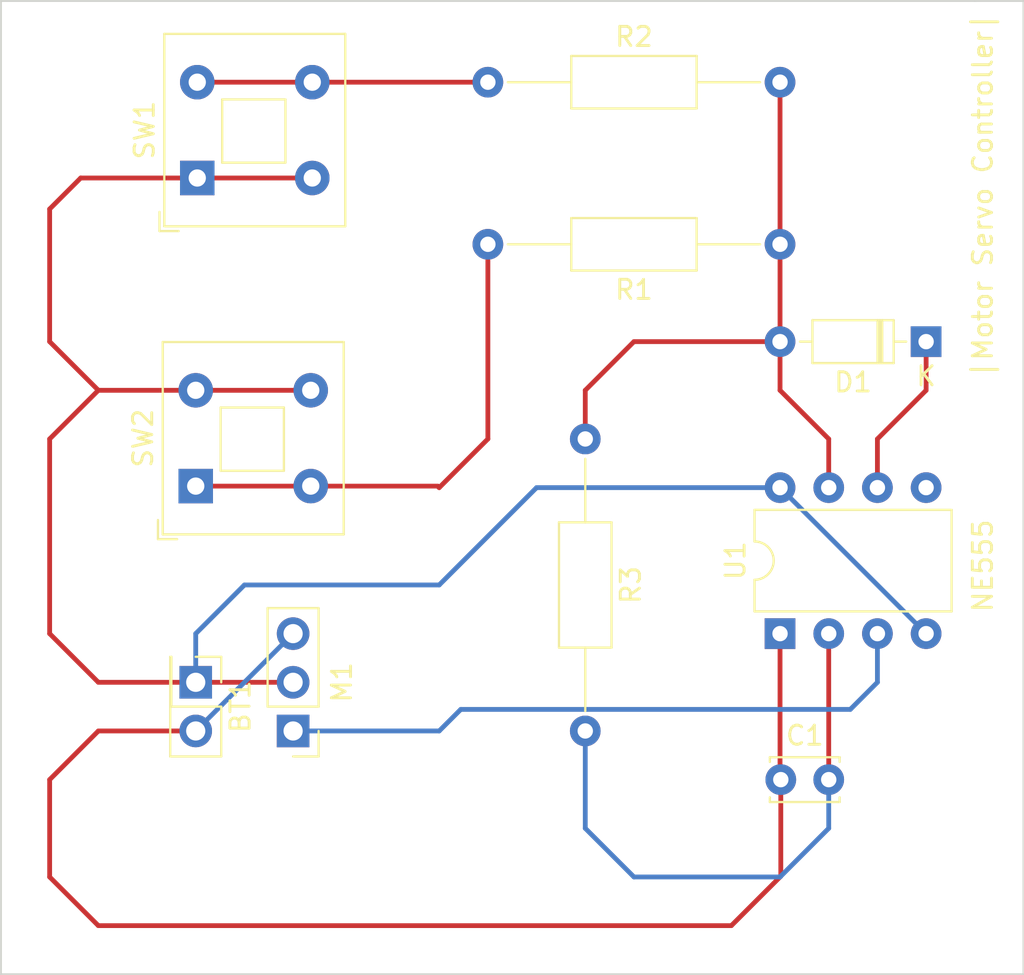
<source format=kicad_pcb>
(kicad_pcb (version 20221018) (generator pcbnew)
  (layers (0 "F.Cu" signal) (31 "B.Cu" signal) (34 "B.Paste" user) (35 "F.Paste" user) (36 "B.SilkS" user "B.Silkscreen") (37 "F.SilkS" user "F.Silkscreen") (38 "B.Mask" user) (39 "F.Mask" user) (44 "Edge.Cuts" user))
  (net 0 "")
  (net 1 "Net-(BT1-+)")
  (net 2 "Net-(BT1--)")
  (net 3 "Net-(D1-K)")
  (net 4 "Net-(D1-A)")
  (net 5 "Net-(M1-PWM)")
  (net 6 "Net-(R1-Pad2)")
  (net 7 "Net-(R2-Pad1)")
  (footprint "Button_Switch_THT:SW_Push_2P1T_Toggle_CK_PVA1xxH2xxxxxxV2" (layer "F.Cu") (at 116.92 82.9 90)
    (fp_text reference "SW1" (at 2.5 -2.75 90) (layer "F.SilkS"))
    (fp_text value "SW_Push_Dual")
    (fp_line (start -2.77 -0.97) (end -2.77 -1.97) (stroke (width 0.12)) (layer "F.SilkS"))
    (fp_line (start -2.52 7.72) (end -2.52 -1.72) (stroke (width 0.12)) (layer "F.SilkS"))
    (fp_line (start -1.77 -1.97) (end -2.77 -1.97) (stroke (width 0.12)) (layer "F.SilkS"))
    (fp_line (start 0.8 1.3) (end 0.8 4.6) (stroke (width 0.12)) (layer "F.SilkS"))
    (fp_line (start 4.1 1.3) (end 0.8 1.3) (stroke (width 0.12)) (layer "F.SilkS"))
    (fp_line (start 4.1 1.3) (end 4.1 4.6) (stroke (width 0.12)) (layer "F.SilkS"))
    (fp_line (start 4.1 4.6) (end 0.8 4.6) (stroke (width 0.12)) (layer "F.SilkS"))
    (fp_line (start 7.52 -1.72) (end -2.52 -1.72) (stroke (width 0.12)) (layer "F.SilkS"))
    (fp_line (start 7.52 7.72) (end -2.52 7.72) (stroke (width 0.12)) (layer "F.SilkS"))
    (fp_line (start 7.52 7.72) (end 7.52 -1.72) (stroke (width 0.12)) (layer "F.SilkS"))
    (pad "1" thru_hole rect (at 0 0 90) (size 1.8 1.8) (drill 0.9) (layers "*.Cu" "*.Mask") (net 1 "Net-(BT1-+)"))
    (pad "2" thru_hole circle (at 5 0 90) (size 1.8 1.8) (drill 0.9) (layers "*.Cu" "*.Mask") (net 7 "Net-(R2-Pad1)"))
    (pad "3" thru_hole circle (at 0 6 90) (size 1.8 1.8) (drill 0.9) (layers "*.Cu" "*.Mask") (net 1 "Net-(BT1-+)"))
    (pad "4" thru_hole circle (at 5 6 90) (size 1.8 1.8) (drill 0.9) (layers "*.Cu" "*.Mask") (net 7 "Net-(R2-Pad1)"))
  )
  (footprint "Connector_PinHeader_2.54mm:PinHeader_2x01_P2.54mm_Vertical" (layer "F.Cu") (at 116.84 109.22 -90)
    (fp_text reference "BT1" (at 1.27 -2.33 90) (layer "F.SilkS"))
    (fp_text value "6v")
    (fp_line (start -1.33 -1.33) (end 0 -1.33) (stroke (width 0.12)) (layer "F.SilkS"))
    (fp_line (start -1.33 0) (end -1.33 -1.33) (stroke (width 0.12)) (layer "F.SilkS"))
    (fp_line (start -1.33 1.27) (end -1.33 1.33) (stroke (width 0.12)) (layer "F.SilkS"))
    (fp_line (start -1.33 1.27) (end 1.27 1.27) (stroke (width 0.12)) (layer "F.SilkS"))
    (fp_line (start -1.33 1.33) (end 3.87 1.33) (stroke (width 0.12)) (layer "F.SilkS"))
    (fp_line (start 1.27 -1.33) (end 3.87 -1.33) (stroke (width 0.12)) (layer "F.SilkS"))
    (fp_line (start 1.27 1.27) (end 1.27 -1.33) (stroke (width 0.12)) (layer "F.SilkS"))
    (fp_line (start 3.87 -1.33) (end 3.87 1.33) (stroke (width 0.12)) (layer "F.SilkS"))
    (pad "1" thru_hole rect (at 0 0 270) (size 1.7 1.7) (drill 1) (layers "*.Cu" "*.Mask") (net 1 "Net-(BT1-+)"))
    (pad "2" thru_hole oval (at 2.54 0 270) (size 1.7 1.7) (drill 1) (layers "*.Cu" "*.Mask") (net 2 "Net-(BT1--)"))
  )
  (footprint "Capacitor_THT:C_Disc_D3.4mm_W2.1mm_P2.50mm" (layer "F.Cu") (at 147.36 114.3)
    (fp_text reference "C1" (at 1.25 -2.3) (layer "F.SilkS"))
    (fp_text value "100n")
    (fp_line (start -0.57 -1.17) (end -0.57 -0.925) (stroke (width 0.12)) (layer "F.SilkS"))
    (fp_line (start -0.57 -1.17) (end 3.07 -1.17) (stroke (width 0.12)) (layer "F.SilkS"))
    (fp_line (start -0.57 0.925) (end -0.57 1.17) (stroke (width 0.12)) (layer "F.SilkS"))
    (fp_line (start -0.57 1.17) (end 3.07 1.17) (stroke (width 0.12)) (layer "F.SilkS"))
    (fp_line (start 3.07 -1.17) (end 3.07 -0.925) (stroke (width 0.12)) (layer "F.SilkS"))
    (fp_line (start 3.07 0.925) (end 3.07 1.17) (stroke (width 0.12)) (layer "F.SilkS"))
    (pad "1" thru_hole circle (at 0 0) (size 1.6 1.6) (drill 0.8) (layers "*.Cu" "*.Mask") (net 2 "Net-(BT1--)"))
    (pad "2" thru_hole circle (at 2.5 0) (size 1.6 1.6) (drill 0.8) (layers "*.Cu" "*.Mask") (net 2 "Net-(BT1--)"))
  )
  (footprint "Resistor_THT:R_Axial_DIN0207_L6.3mm_D2.5mm_P15.24mm_Horizontal" (layer "F.Cu") (at 137.16 96.52 -90)
    (fp_text reference "R3" (at 7.62 -2.37 90) (layer "F.SilkS"))
    (fp_text value "220k")
    (fp_line (start 1.04 0) (end 4.35 0) (stroke (width 0.12)) (layer "F.SilkS"))
    (fp_line (start 4.35 -1.37) (end 4.35 1.37) (stroke (width 0.12)) (layer "F.SilkS"))
    (fp_line (start 4.35 1.37) (end 10.89 1.37) (stroke (width 0.12)) (layer "F.SilkS"))
    (fp_line (start 10.89 -1.37) (end 4.35 -1.37) (stroke (width 0.12)) (layer "F.SilkS"))
    (fp_line (start 10.89 1.37) (end 10.89 -1.37) (stroke (width 0.12)) (layer "F.SilkS"))
    (fp_line (start 14.2 0) (end 10.89 0) (stroke (width 0.12)) (layer "F.SilkS"))
    (pad "1" thru_hole circle (at 0 0 270) (size 1.6 1.6) (drill 0.8) (layers "*.Cu" "*.Mask") (net 4 "Net-(D1-A)"))
    (pad "2" thru_hole oval (at 15.24 0 270) (size 1.6 1.6) (drill 0.8) (layers "*.Cu" "*.Mask") (net 2 "Net-(BT1--)"))
  )
  (footprint "Diode_THT:D_DO-35_SOD27_P7.62mm_Horizontal" (layer "F.Cu") (at 154.94 91.44 180)
    (fp_text reference "D1" (at 3.81 -2.12) (layer "F.SilkS"))
    (fp_text value "1N4148")
    (fp_text user "K" (at 0 -1.8) (layer "F.SilkS"))
    (fp_line (start 1.04 0) (end 1.69 0) (stroke (width 0.12)) (layer "F.SilkS"))
    (fp_line (start 1.69 -1.12) (end 1.69 1.12) (stroke (width 0.12)) (layer "F.SilkS"))
    (fp_line (start 1.69 1.12) (end 5.93 1.12) (stroke (width 0.12)) (layer "F.SilkS"))
    (fp_line (start 2.29 -1.12) (end 2.29 1.12) (stroke (width 0.12)) (layer "F.SilkS"))
    (fp_line (start 2.41 -1.12) (end 2.41 1.12) (stroke (width 0.12)) (layer "F.SilkS"))
    (fp_line (start 2.53 -1.12) (end 2.53 1.12) (stroke (width 0.12)) (layer "F.SilkS"))
    (fp_line (start 5.93 -1.12) (end 1.69 -1.12) (stroke (width 0.12)) (layer "F.SilkS"))
    (fp_line (start 5.93 1.12) (end 5.93 -1.12) (stroke (width 0.12)) (layer "F.SilkS"))
    (fp_line (start 6.58 0) (end 5.93 0) (stroke (width 0.12)) (layer "F.SilkS"))
    (pad "1" thru_hole rect (at 0 0 180) (size 1.6 1.6) (drill 0.8) (layers "*.Cu" "*.Mask") (net 3 "Net-(D1-K)"))
    (pad "2" thru_hole oval (at 7.62 0 180) (size 1.6 1.6) (drill 0.8) (layers "*.Cu" "*.Mask") (net 4 "Net-(D1-A)"))
  )
  (footprint "Package_DIP:DIP-8_W7.62mm" (layer "F.Cu") (at 147.32 106.68 90)
    (fp_text reference "U1" (at 3.81 -2.33 90) (layer "F.SilkS"))
    (fp_text value "NA555P" hide)
    (fp_line (start 1.16 -1.33) (end 1.16 8.95) (stroke (width 0.12)) (layer "F.SilkS"))
    (fp_line (start 1.16 8.95) (end 6.46 8.95) (stroke (width 0.12)) (layer "F.SilkS"))
    (fp_line (start 2.81 -1.33) (end 1.16 -1.33) (stroke (width 0.12)) (layer "F.SilkS"))
    (fp_line (start 6.46 -1.33) (end 4.81 -1.33) (stroke (width 0.12)) (layer "F.SilkS"))
    (fp_line (start 6.46 8.95) (end 6.46 -1.33) (stroke (width 0.12)) (layer "F.SilkS"))
    (fp_arc (start 4.81 -1.33) (mid 3.81 -0.33) (end 2.81 -1.33) (stroke (width 0.12)) (layer "F.SilkS"))
    (pad "1" thru_hole rect (at 0 0 90) (size 1.6 1.6) (drill 0.8) (layers "*.Cu" "*.Mask") (net 2 "Net-(BT1--)"))
    (pad "2" thru_hole oval (at 0 2.54 90) (size 1.6 1.6) (drill 0.8) (layers "*.Cu" "*.Mask") (net 2 "Net-(BT1--)"))
    (pad "3" thru_hole oval (at 0 5.08 90) (size 1.6 1.6) (drill 0.8) (layers "*.Cu" "*.Mask") (net 5 "Net-(M1-PWM)"))
    (pad "4" thru_hole oval (at 0 7.62 90) (size 1.6 1.6) (drill 0.8) (layers "*.Cu" "*.Mask") (net 1 "Net-(BT1-+)"))
    (pad "5" thru_hole oval (at 7.62 7.62 90) (size 1.6 1.6) (drill 0.8) (layers "*.Cu" "*.Mask"))
    (pad "6" thru_hole oval (at 7.62 5.08 90) (size 1.6 1.6) (drill 0.8) (layers "*.Cu" "*.Mask") (net 3 "Net-(D1-K)"))
    (pad "7" thru_hole oval (at 7.62 2.54 90) (size 1.6 1.6) (drill 0.8) (layers "*.Cu" "*.Mask") (net 4 "Net-(D1-A)"))
    (pad "8" thru_hole oval (at 7.62 0 90) (size 1.6 1.6) (drill 0.8) (layers "*.Cu" "*.Mask") (net 1 "Net-(BT1-+)"))
  )
  (footprint "Resistor_THT:R_Axial_DIN0207_L6.3mm_D2.5mm_P15.24mm_Horizontal" (layer "F.Cu") (at 132.08 77.9)
    (fp_text reference "R2" (at 7.62 -2.37) (layer "F.SilkS"))
    (fp_text value "10k")
    (fp_line (start 1.04 0) (end 4.35 0) (stroke (width 0.12)) (layer "F.SilkS"))
    (fp_line (start 4.35 -1.37) (end 4.35 1.37) (stroke (width 0.12)) (layer "F.SilkS"))
    (fp_line (start 4.35 1.37) (end 10.89 1.37) (stroke (width 0.12)) (layer "F.SilkS"))
    (fp_line (start 10.89 -1.37) (end 4.35 -1.37) (stroke (width 0.12)) (layer "F.SilkS"))
    (fp_line (start 10.89 1.37) (end 10.89 -1.37) (stroke (width 0.12)) (layer "F.SilkS"))
    (fp_line (start 14.2 0) (end 10.89 0) (stroke (width 0.12)) (layer "F.SilkS"))
    (pad "1" thru_hole circle (at 0 0) (size 1.6 1.6) (drill 0.8) (layers "*.Cu" "*.Mask") (net 7 "Net-(R2-Pad1)"))
    (pad "2" thru_hole oval (at 15.24 0) (size 1.6 1.6) (drill 0.8) (layers "*.Cu" "*.Mask") (net 4 "Net-(D1-A)"))
  )
  (footprint "Button_Switch_THT:SW_Push_2P1T_Toggle_CK_PVA1xxH2xxxxxxV2" (layer "F.Cu") (at 116.84 98.98 90)
    (fp_text reference "SW2" (at 2.5 -2.75 90) (layer "F.SilkS"))
    (fp_text value "SW_Push_Dual")
    (fp_line (start -2.77 -0.97) (end -2.77 -1.97) (stroke (width 0.12)) (layer "F.SilkS"))
    (fp_line (start -2.52 7.72) (end -2.52 -1.72) (stroke (width 0.12)) (layer "F.SilkS"))
    (fp_line (start -1.77 -1.97) (end -2.77 -1.97) (stroke (width 0.12)) (layer "F.SilkS"))
    (fp_line (start 0.8 1.3) (end 0.8 4.6) (stroke (width 0.12)) (layer "F.SilkS"))
    (fp_line (start 4.1 1.3) (end 0.8 1.3) (stroke (width 0.12)) (layer "F.SilkS"))
    (fp_line (start 4.1 1.3) (end 4.1 4.6) (stroke (width 0.12)) (layer "F.SilkS"))
    (fp_line (start 4.1 4.6) (end 0.8 4.6) (stroke (width 0.12)) (layer "F.SilkS"))
    (fp_line (start 7.52 -1.72) (end -2.52 -1.72) (stroke (width 0.12)) (layer "F.SilkS"))
    (fp_line (start 7.52 7.72) (end -2.52 7.72) (stroke (width 0.12)) (layer "F.SilkS"))
    (fp_line (start 7.52 7.72) (end 7.52 -1.72) (stroke (width 0.12)) (layer "F.SilkS"))
    (pad "1" thru_hole rect (at 0 0 90) (size 1.8 1.8) (drill 0.9) (layers "*.Cu" "*.Mask") (net 6 "Net-(R1-Pad2)"))
    (pad "2" thru_hole circle (at 5 0 90) (size 1.8 1.8) (drill 0.9) (layers "*.Cu" "*.Mask") (net 1 "Net-(BT1-+)"))
    (pad "3" thru_hole circle (at 0 6 90) (size 1.8 1.8) (drill 0.9) (layers "*.Cu" "*.Mask") (net 6 "Net-(R1-Pad2)"))
    (pad "4" thru_hole circle (at 5 6 90) (size 1.8 1.8) (drill 0.9) (layers "*.Cu" "*.Mask") (net 1 "Net-(BT1-+)"))
  )
  (footprint "Connector_PinHeader_2.54mm:PinHeader_1x03_P2.54mm_Vertical" (layer "F.Cu") (at 121.92 111.76 180)
    (fp_text reference "M1" (at -2.54 2.54 90) (layer "F.SilkS"))
    (fp_text value "Motor_Servo")
    (fp_line (start -1.33 -1.33) (end 0 -1.33) (stroke (width 0.12)) (layer "F.SilkS"))
    (fp_line (start -1.33 0) (end -1.33 -1.33) (stroke (width 0.12)) (layer "F.SilkS"))
    (fp_line (start -1.33 1.27) (end -1.33 6.41) (stroke (width 0.12)) (layer "F.SilkS"))
    (fp_line (start -1.33 1.27) (end 1.33 1.27) (stroke (width 0.12)) (layer "F.SilkS"))
    (fp_line (start -1.33 6.41) (end 1.33 6.41) (stroke (width 0.12)) (layer "F.SilkS"))
    (fp_line (start 1.33 1.27) (end 1.33 6.41) (stroke (width 0.12)) (layer "F.SilkS"))
    (pad "1" thru_hole rect (at 0 0 180) (size 1.7 1.7) (drill 1) (layers "*.Cu" "*.Mask") (net 5 "Net-(M1-PWM)"))
    (pad "2" thru_hole oval (at 0 2.54 180) (size 1.7 1.7) (drill 1) (layers "*.Cu" "*.Mask") (net 1 "Net-(BT1-+)"))
    (pad "3" thru_hole oval (at 0 5.08 180) (size 1.7 1.7) (drill 1) (layers "*.Cu" "*.Mask") (net 2 "Net-(BT1--)"))
  )
  (footprint "Resistor_THT:R_Axial_DIN0207_L6.3mm_D2.5mm_P15.24mm_Horizontal" (layer "F.Cu") (at 147.32 86.36 180)
    (fp_text reference "R1" (at 7.62 -2.37) (layer "F.SilkS"))
    (fp_text value "57k")
    (fp_line (start 1.04 0) (end 4.35 0) (stroke (width 0.12)) (layer "F.SilkS"))
    (fp_line (start 4.35 -1.37) (end 4.35 1.37) (stroke (width 0.12)) (layer "F.SilkS"))
    (fp_line (start 4.35 1.37) (end 10.89 1.37) (stroke (width 0.12)) (layer "F.SilkS"))
    (fp_line (start 10.89 -1.37) (end 4.35 -1.37) (stroke (width 0.12)) (layer "F.SilkS"))
    (fp_line (start 10.89 1.37) (end 10.89 -1.37) (stroke (width 0.12)) (layer "F.SilkS"))
    (fp_line (start 14.2 0) (end 10.89 0) (stroke (width 0.12)) (layer "F.SilkS"))
    (pad "1" thru_hole circle (at 0 0 180) (size 1.6 1.6) (drill 0.8) (layers "*.Cu" "*.Mask") (net 4 "Net-(D1-A)"))
    (pad "2" thru_hole oval (at 15.24 0 180) (size 1.6 1.6) (drill 0.8) (layers "*.Cu" "*.Mask") (net 6 "Net-(R1-Pad2)"))
  )
  (gr_line (start 106.68 73.66) (end 157.48 73.66) (stroke (width 0.1)) (layer "Edge.Cuts"))
  (gr_line (start 160.02 73.66) (end 160.02 124.46) (stroke (width 0.1)) (layer "Edge.Cuts"))
  (gr_line (start 157.48 73.66) (end 160.02 73.66) (stroke (width 0.1)) (layer "Edge.Cuts"))
  (gr_line (start 106.68 124.46) (end 106.68 73.66) (stroke (width 0.1)) (layer "Edge.Cuts"))
  (gr_line (start 160.02 124.46) (end 106.68 124.46) (stroke (width 0.1)) (layer "Edge.Cuts"))
  (gr_text "|Motor Servo Controller|" (at 158.48 83.82 90) (layer "F.SilkS") (effects (font (size 1 1)) (justify bottom)))
  (gr_text "NE555" (at 158.48 103.14 90) (layer "F.SilkS") (effects (font (size 1 1)) (justify bottom)))
  (segment (start 116.84 109.22) (end 121.92 109.22) (width 0.25) (layer "F.Cu") (net 1))
  (segment (start 111.76 109.22) (end 109.22 106.68) (width 0.25) (layer "F.Cu") (net 1))
  (segment (start 109.22 91.44) (end 111.76 93.98) (width 0.25) (layer "F.Cu") (net 1))
  (segment (start 116.92 82.9) (end 110.84 82.9) (width 0.25) (layer "F.Cu") (net 1))
  (segment (start 116.92 82.9) (end 122.92 82.9) (width 0.25) (layer "F.Cu") (net 1))
  (segment (start 110.84 82.9) (end 109.22 84.52) (width 0.25) (layer "F.Cu") (net 1))
  (segment (start 109.22 84.52) (end 109.22 91.44) (width 0.25) (layer "F.Cu") (net 1))
  (segment (start 116.84 93.98) (end 122.84 93.98) (width 0.25) (layer "F.Cu") (net 1))
  (segment (start 109.22 96.52) (end 109.22 106.68) (width 0.25) (layer "F.Cu") (net 1))
  (segment (start 116.84 109.22) (end 111.76 109.22) (width 0.25) (layer "F.Cu") (net 1))
  (segment (start 111.76 93.98) (end 116.84 93.98) (width 0.25) (layer "F.Cu") (net 1))
  (segment (start 111.76 93.98) (end 109.22 96.52) (width 0.25) (layer "F.Cu") (net 1))
  (segment (start 134.62 99.06) (end 129.54 104.14) (width 0.25) (layer "B.Cu") (net 1))
  (segment (start 147.32 99.06) (end 154.94 106.68) (width 0.25) (layer "B.Cu") (net 1))
  (segment (start 119.38 104.14) (end 116.84 106.68) (width 0.25) (layer "B.Cu") (net 1))
  (segment (start 147.32 99.06) (end 134.62 99.06) (width 0.25) (layer "B.Cu") (net 1))
  (segment (start 129.54 104.14) (end 119.38 104.14) (width 0.25) (layer "B.Cu") (net 1))
  (segment (start 116.84 106.68) (end 116.84 109.22) (width 0.25) (layer "B.Cu") (net 1))
  (segment (start 116.84 111.76) (end 111.76 111.76) (width 0.25) (layer "F.Cu") (net 2))
  (segment (start 147.32 114.26) (end 147.36 114.3) (width 0.25) (layer "F.Cu") (net 2))
  (segment (start 109.22 114.3) (end 109.22 119.38) (width 0.25) (layer "F.Cu") (net 2))
  (segment (start 147.32 106.68) (end 147.32 114.26) (width 0.25) (layer "F.Cu") (net 2))
  (segment (start 147.36 119.34) (end 147.36 114.3) (width 0.25) (layer "F.Cu") (net 2))
  (segment (start 109.22 119.38) (end 111.76 121.92) (width 0.25) (layer "F.Cu") (net 2))
  (segment (start 111.76 111.76) (end 109.22 114.3) (width 0.25) (layer "F.Cu") (net 2))
  (segment (start 149.86 106.68) (end 149.86 114.3) (width 0.25) (layer "F.Cu") (net 2))
  (segment (start 144.78 121.92) (end 147.36 119.34) (width 0.25) (layer "F.Cu") (net 2))
  (segment (start 111.76 121.92) (end 144.78 121.92) (width 0.25) (layer "F.Cu") (net 2))
  (segment (start 147.32 119.38) (end 149.86 116.84) (width 0.25) (layer "B.Cu") (net 2))
  (segment (start 149.86 116.84) (end 149.86 114.3) (width 0.25) (layer "B.Cu") (net 2))
  (segment (start 116.84 111.76) (end 121.92 106.68) (width 0.25) (layer "B.Cu") (net 2))
  (segment (start 137.16 111.76) (end 137.16 116.84) (width 0.25) (layer "B.Cu") (net 2))
  (segment (start 137.16 116.84) (end 139.7 119.38) (width 0.25) (layer "B.Cu") (net 2))
  (segment (start 139.7 119.38) (end 147.32 119.38) (width 0.25) (layer "B.Cu") (net 2))
  (segment (start 154.94 91.44) (end 154.94 93.98) (width 0.25) (layer "F.Cu") (net 3))
  (segment (start 152.4 96.52) (end 152.4 99.06) (width 0.25) (layer "F.Cu") (net 3))
  (segment (start 154.94 93.98) (end 152.4 96.52) (width 0.25) (layer "F.Cu") (net 3))
  (segment (start 137.16 96.52) (end 137.16 93.98) (width 0.25) (layer "F.Cu") (net 4))
  (segment (start 147.32 91.44) (end 147.32 86.36) (width 0.25) (layer "F.Cu") (net 4))
  (segment (start 149.86 96.52) (end 149.86 99.06) (width 0.25) (layer "F.Cu") (net 4))
  (segment (start 137.16 93.98) (end 139.7 91.44) (width 0.25) (layer "F.Cu") (net 4))
  (segment (start 147.32 91.44) (end 147.32 93.98) (width 0.25) (layer "F.Cu") (net 4))
  (segment (start 139.7 91.44) (end 147.32 91.44) (width 0.25) (layer "F.Cu") (net 4))
  (segment (start 147.32 93.98) (end 149.86 96.52) (width 0.25) (layer "F.Cu") (net 4))
  (segment (start 147.32 77.9) (end 147.32 86.36) (width 0.25) (layer "F.Cu") (net 4))
  (segment (start 129.54 111.76) (end 130.665 110.635) (width 0.25) (layer "B.Cu") (net 5))
  (segment (start 130.665 110.635) (end 150.985 110.635) (width 0.25) (layer "B.Cu") (net 5))
  (segment (start 150.985 110.635) (end 152.4 109.22) (width 0.25) (layer "B.Cu") (net 5))
  (segment (start 152.4 109.22) (end 152.4 106.68) (width 0.25) (layer "B.Cu") (net 5))
  (segment (start 121.92 111.76) (end 129.54 111.76) (width 0.25) (layer "B.Cu") (net 5))
  (segment (start 116.84 98.98) (end 122.84 98.98) (width 0.25) (layer "F.Cu") (net 6))
  (segment (start 129.54 99.06) (end 132.08 96.52) (width 0.25) (layer "F.Cu") (net 6))
  (segment (start 122.84 98.98) (end 129.46 98.98) (width 0.25) (layer "F.Cu") (net 6))
  (segment (start 129.46 98.98) (end 129.54 99.06) (width 0.25) (layer "F.Cu") (net 6))
  (segment (start 132.08 96.52) (end 132.08 86.36) (width 0.25) (layer "F.Cu") (net 6))
  (segment (start 116.92 77.9) (end 122.92 77.9) (width 0.25) (layer "F.Cu") (net 7))
  (segment (start 132.08 77.9) (end 122.92 77.9) (width 0.25) (layer "F.Cu") (net 7))
)
</source>
